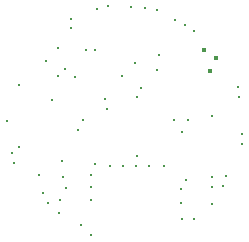
<source format=gbr>
%TF.GenerationSoftware,KiCad,Pcbnew,(7.0.0)*%
%TF.CreationDate,2023-09-09T16:46:16-08:00*%
%TF.ProjectId,THINGY_2.0,5448494e-4759-45f3-922e-302e6b696361,rev?*%
%TF.SameCoordinates,Original*%
%TF.FileFunction,Plated,1,6,PTH,Drill*%
%TF.FilePolarity,Positive*%
%FSLAX46Y46*%
G04 Gerber Fmt 4.6, Leading zero omitted, Abs format (unit mm)*
G04 Created by KiCad (PCBNEW (7.0.0)) date 2023-09-09 16:46:16*
%MOMM*%
%LPD*%
G01*
G04 APERTURE LIST*
%TA.AperFunction,ViaDrill*%
%ADD10C,0.200000*%
%TD*%
%TA.AperFunction,ViaDrill*%
%ADD11C,0.300000*%
%TD*%
%TA.AperFunction,ViaDrill*%
%ADD12C,0.400000*%
%TD*%
G04 APERTURE END LIST*
D10*
X110139964Y-81204600D03*
X110514964Y-83904600D03*
X110764964Y-84779600D03*
X111164964Y-78129600D03*
X111164964Y-83404600D03*
X112814964Y-85804600D03*
X113214964Y-87304600D03*
X113424964Y-76134600D03*
X113604964Y-88164600D03*
X113944964Y-79394600D03*
X114414964Y-75054600D03*
X114489964Y-77429600D03*
X114496964Y-89006000D03*
X114639964Y-87904600D03*
X114814964Y-84579600D03*
X114852564Y-85907200D03*
X115106564Y-86897800D03*
X115564964Y-72529600D03*
X115564964Y-73329600D03*
X115921000Y-77490636D03*
X116164964Y-81929600D03*
X116376564Y-89996600D03*
X116539964Y-81129600D03*
X116839964Y-75154600D03*
X117214764Y-87913800D03*
X117239964Y-85754600D03*
X117240164Y-86770800D03*
X117265564Y-90860200D03*
X117564964Y-75154600D03*
X117589964Y-84854600D03*
X117764964Y-71729600D03*
X118454964Y-79324600D03*
X118564964Y-80179600D03*
X118689964Y-71504600D03*
X118889964Y-84979600D03*
X119839964Y-77429600D03*
X119983364Y-84992800D03*
X120614964Y-71529600D03*
X120989964Y-76279600D03*
X121044964Y-85004600D03*
X121104964Y-84204600D03*
X121177164Y-79176200D03*
X121479364Y-78439600D03*
X121789964Y-71654600D03*
X122167764Y-85018200D03*
X122789964Y-71804600D03*
X123386964Y-85043600D03*
X124250564Y-81106600D03*
X124860164Y-86999400D03*
X124885564Y-88167800D03*
X124910964Y-89488600D03*
X124936364Y-82122600D03*
X125304664Y-86199300D03*
X125489964Y-81129600D03*
X125952364Y-89514000D03*
X127473714Y-88270850D03*
X127489964Y-80779600D03*
X129664964Y-78354600D03*
X129789964Y-79204600D03*
X130014964Y-82304600D03*
X130014964Y-83154600D03*
D11*
X115044964Y-76774600D03*
X122789964Y-76879600D03*
X123014964Y-75604600D03*
X124389964Y-72629600D03*
X125164964Y-73079600D03*
X125989964Y-73554600D03*
X127489964Y-85904600D03*
X127489964Y-86804600D03*
X128439964Y-86729600D03*
X128639964Y-85879600D03*
D12*
X126841364Y-75163000D03*
X127314964Y-76944600D03*
X127834964Y-75854600D03*
M02*

</source>
